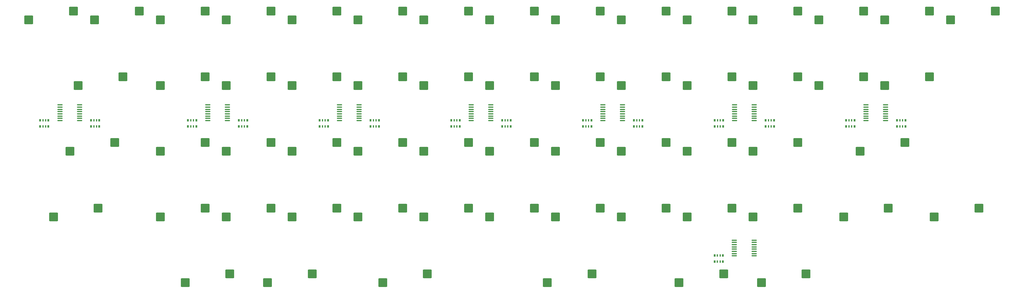
<source format=gbr>
%TF.GenerationSoftware,KiCad,Pcbnew,(7.0.0)*%
%TF.CreationDate,2023-03-29T14:48:56+09:00*%
%TF.ProjectId,HEP,4845502e-6b69-4636-9164-5f7063625858,rev?*%
%TF.SameCoordinates,Original*%
%TF.FileFunction,Paste,Bot*%
%TF.FilePolarity,Positive*%
%FSLAX46Y46*%
G04 Gerber Fmt 4.6, Leading zero omitted, Abs format (unit mm)*
G04 Created by KiCad (PCBNEW (7.0.0)) date 2023-03-29 14:48:56*
%MOMM*%
%LPD*%
G01*
G04 APERTURE LIST*
G04 Aperture macros list*
%AMRoundRect*
0 Rectangle with rounded corners*
0 $1 Rounding radius*
0 $2 $3 $4 $5 $6 $7 $8 $9 X,Y pos of 4 corners*
0 Add a 4 corners polygon primitive as box body*
4,1,4,$2,$3,$4,$5,$6,$7,$8,$9,$2,$3,0*
0 Add four circle primitives for the rounded corners*
1,1,$1+$1,$2,$3*
1,1,$1+$1,$4,$5*
1,1,$1+$1,$6,$7*
1,1,$1+$1,$8,$9*
0 Add four rect primitives between the rounded corners*
20,1,$1+$1,$2,$3,$4,$5,0*
20,1,$1+$1,$4,$5,$6,$7,0*
20,1,$1+$1,$6,$7,$8,$9,0*
20,1,$1+$1,$8,$9,$2,$3,0*%
G04 Aperture macros list end*
%ADD10RoundRect,0.200000X-1.075000X-1.050000X1.075000X-1.050000X1.075000X1.050000X-1.075000X1.050000X0*%
%ADD11RoundRect,0.100000X-0.637500X-0.100000X0.637500X-0.100000X0.637500X0.100000X-0.637500X0.100000X0*%
%ADD12R,0.500000X0.800000*%
%ADD13R,0.400000X0.800000*%
G04 APERTURE END LIST*
D10*
%TO.C,SW57*%
X207227500Y-109378750D03*
X220154500Y-106838750D03*
%TD*%
%TO.C,SW56*%
X332073250Y-87788750D03*
X319146250Y-90328750D03*
%TD*%
%TO.C,SW55*%
X304858750Y-52228750D03*
X317785750Y-49688750D03*
%TD*%
%TO.C,SW54*%
X323908750Y-33178750D03*
X336835750Y-30638750D03*
%TD*%
%TO.C,SW53*%
X304858750Y-33178750D03*
X317785750Y-30638750D03*
%TD*%
%TO.C,SW52*%
X292952500Y-90328750D03*
X305879500Y-87788750D03*
%TD*%
%TO.C,SW51*%
X297715000Y-71278750D03*
X310642000Y-68738750D03*
%TD*%
%TO.C,SW48*%
X279685750Y-87788750D03*
X266758750Y-90328750D03*
%TD*%
%TO.C,SW47*%
X279685750Y-68738750D03*
X266758750Y-71278750D03*
%TD*%
%TO.C,SW8*%
X64352500Y-90328750D03*
X77279500Y-87788750D03*
%TD*%
%TO.C,SW7*%
X69115000Y-71278750D03*
X82042000Y-68738750D03*
%TD*%
%TO.C,SW6*%
X71496250Y-52228750D03*
X84423250Y-49688750D03*
%TD*%
%TO.C,SW4*%
X159602500Y-109378750D03*
X172529500Y-106838750D03*
%TD*%
%TO.C,SW3*%
X126265000Y-109378750D03*
X139192000Y-106838750D03*
%TD*%
%TO.C,SW2*%
X102452500Y-109378750D03*
X115379500Y-106838750D03*
%TD*%
%TO.C,SW30*%
X190558750Y-52228750D03*
X203485750Y-49688750D03*
%TD*%
%TO.C,SW34*%
X209608750Y-52228750D03*
X222535750Y-49688750D03*
%TD*%
%TO.C,SW45*%
X279685750Y-30638750D03*
X266758750Y-33178750D03*
%TD*%
%TO.C,SW40*%
X228658750Y-90328750D03*
X241585750Y-87788750D03*
%TD*%
%TO.C,SW27*%
X171508750Y-71278750D03*
X184435750Y-68738750D03*
%TD*%
%TO.C,SW25*%
X171508750Y-33178750D03*
X184435750Y-30638750D03*
%TD*%
%TO.C,SW39*%
X228658750Y-71278750D03*
X241585750Y-68738750D03*
%TD*%
%TO.C,SW16*%
X114358750Y-90328750D03*
X127285750Y-87788750D03*
%TD*%
%TO.C,SW38*%
X228658750Y-52228750D03*
X241585750Y-49688750D03*
%TD*%
%TO.C,SW29*%
X190558750Y-33178750D03*
X203485750Y-30638750D03*
%TD*%
%TO.C,SW59*%
X282067000Y-106838750D03*
X269140000Y-109378750D03*
%TD*%
%TO.C,SW42*%
X260635750Y-49688750D03*
X247708750Y-52228750D03*
%TD*%
%TO.C,SW18*%
X133408750Y-52228750D03*
X146335750Y-49688750D03*
%TD*%
%TO.C,SW21*%
X152458750Y-33178750D03*
X165385750Y-30638750D03*
%TD*%
%TO.C,SW33*%
X209608750Y-33178750D03*
X222535750Y-30638750D03*
%TD*%
%TO.C,SW49*%
X285808750Y-33178750D03*
X298735750Y-30638750D03*
%TD*%
%TO.C,SW31*%
X190558750Y-71278750D03*
X203485750Y-68738750D03*
%TD*%
%TO.C,SW11*%
X95308750Y-71278750D03*
X108235750Y-68738750D03*
%TD*%
%TO.C,SW41*%
X260635750Y-30638750D03*
X247708750Y-33178750D03*
%TD*%
%TO.C,SW12*%
X95308750Y-90328750D03*
X108235750Y-87788750D03*
%TD*%
%TO.C,SW1*%
X57208750Y-33178750D03*
X70135750Y-30638750D03*
%TD*%
%TO.C,SW46*%
X279685750Y-49688750D03*
X266758750Y-52228750D03*
%TD*%
%TO.C,SW14*%
X114358750Y-52228750D03*
X127285750Y-49688750D03*
%TD*%
%TO.C,SW10*%
X95308750Y-52228750D03*
X108235750Y-49688750D03*
%TD*%
%TO.C,SW58*%
X245327500Y-109378750D03*
X258254500Y-106838750D03*
%TD*%
%TO.C,SW17*%
X133408750Y-33178750D03*
X146335750Y-30638750D03*
%TD*%
%TO.C,SW26*%
X171508750Y-52228750D03*
X184435750Y-49688750D03*
%TD*%
%TO.C,SW15*%
X114358750Y-71278750D03*
X127285750Y-68738750D03*
%TD*%
%TO.C,SW36*%
X209608750Y-90328750D03*
X222535750Y-87788750D03*
%TD*%
%TO.C,SW44*%
X260635750Y-87788750D03*
X247708750Y-90328750D03*
%TD*%
%TO.C,SW23*%
X152458750Y-71278750D03*
X165385750Y-68738750D03*
%TD*%
%TO.C,SW9*%
X95308750Y-33178750D03*
X108235750Y-30638750D03*
%TD*%
%TO.C,SW37*%
X228658750Y-33178750D03*
X241585750Y-30638750D03*
%TD*%
%TO.C,SW5*%
X76258750Y-33178750D03*
X89185750Y-30638750D03*
%TD*%
%TO.C,SW22*%
X152458750Y-52228750D03*
X165385750Y-49688750D03*
%TD*%
%TO.C,SW19*%
X133408750Y-71278750D03*
X146335750Y-68738750D03*
%TD*%
%TO.C,SW43*%
X260635750Y-68738750D03*
X247708750Y-71278750D03*
%TD*%
%TO.C,SW24*%
X152458750Y-90328750D03*
X165385750Y-87788750D03*
%TD*%
%TO.C,SW35*%
X209608750Y-71278750D03*
X222535750Y-68738750D03*
%TD*%
%TO.C,SW13*%
X114358750Y-33178750D03*
X127285750Y-30638750D03*
%TD*%
%TO.C,SW32*%
X190558750Y-90328750D03*
X203485750Y-87788750D03*
%TD*%
%TO.C,SW50*%
X298735750Y-49688750D03*
X285808750Y-52228750D03*
%TD*%
%TO.C,SW20*%
X133408750Y-90328750D03*
X146335750Y-87788750D03*
%TD*%
%TO.C,SW28*%
X171508750Y-90328750D03*
X184435750Y-87788750D03*
%TD*%
D11*
%TO.C,U6*%
X267081250Y-62377750D03*
X267081250Y-61727750D03*
X267081250Y-61077750D03*
X267081250Y-60427750D03*
X267081250Y-59777750D03*
X267081250Y-59127750D03*
X267081250Y-58477750D03*
X267081250Y-57827750D03*
X261356250Y-57827750D03*
X261356250Y-58477750D03*
X261356250Y-59127750D03*
X261356250Y-59777750D03*
X261356250Y-60427750D03*
X261356250Y-61077750D03*
X261356250Y-61727750D03*
X261356250Y-62377750D03*
%TD*%
%TO.C,U8*%
X261334250Y-101594750D03*
X261334250Y-100944750D03*
X261334250Y-100294750D03*
X261334250Y-99644750D03*
X261334250Y-98994750D03*
X261334250Y-98344750D03*
X261334250Y-97694750D03*
X261334250Y-97044750D03*
X267059250Y-97044750D03*
X267059250Y-97694750D03*
X267059250Y-98344750D03*
X267059250Y-98994750D03*
X267059250Y-99644750D03*
X267059250Y-100294750D03*
X267059250Y-100944750D03*
X267059250Y-101594750D03*
%TD*%
D12*
%TO.C,RN12*%
X270384749Y-64050749D03*
D13*
X271184749Y-64050749D03*
X271984749Y-64050749D03*
D12*
X272784749Y-64050749D03*
X272784749Y-62250749D03*
D13*
X271984749Y-62250749D03*
X271184749Y-62250749D03*
D12*
X270384749Y-62250749D03*
%TD*%
%TO.C,RN9*%
X217552749Y-62250749D03*
D13*
X218352749Y-62250749D03*
X219152749Y-62250749D03*
D12*
X219952749Y-62250749D03*
X219952749Y-64050749D03*
D13*
X219152749Y-64050749D03*
X218352749Y-64050749D03*
D12*
X217552749Y-64050749D03*
%TD*%
D11*
%TO.C,U2*%
X108956250Y-62377750D03*
X108956250Y-61727750D03*
X108956250Y-61077750D03*
X108956250Y-60427750D03*
X108956250Y-59777750D03*
X108956250Y-59127750D03*
X108956250Y-58477750D03*
X108956250Y-57827750D03*
X114681250Y-57827750D03*
X114681250Y-58477750D03*
X114681250Y-59127750D03*
X114681250Y-59777750D03*
X114681250Y-60427750D03*
X114681250Y-61077750D03*
X114681250Y-61727750D03*
X114681250Y-62377750D03*
%TD*%
%TO.C,U1*%
X66193750Y-62377750D03*
X66193750Y-61727750D03*
X66193750Y-61077750D03*
X66193750Y-60427750D03*
X66193750Y-59777750D03*
X66193750Y-59127750D03*
X66193750Y-58477750D03*
X66193750Y-57827750D03*
X71918750Y-57827750D03*
X71918750Y-58477750D03*
X71918750Y-59127750D03*
X71918750Y-59777750D03*
X71918750Y-60427750D03*
X71918750Y-61077750D03*
X71918750Y-61727750D03*
X71918750Y-62377750D03*
%TD*%
%TO.C,U5*%
X223256250Y-62377750D03*
X223256250Y-61727750D03*
X223256250Y-61077750D03*
X223256250Y-60427750D03*
X223256250Y-59777750D03*
X223256250Y-59127750D03*
X223256250Y-58477750D03*
X223256250Y-57827750D03*
X228981250Y-57827750D03*
X228981250Y-58477750D03*
X228981250Y-59127750D03*
X228981250Y-59777750D03*
X228981250Y-60427750D03*
X228981250Y-61077750D03*
X228981250Y-61727750D03*
X228981250Y-62377750D03*
%TD*%
%TO.C,U4*%
X185156250Y-62377750D03*
X185156250Y-61727750D03*
X185156250Y-61077750D03*
X185156250Y-60427750D03*
X185156250Y-59777750D03*
X185156250Y-59127750D03*
X185156250Y-58477750D03*
X185156250Y-57827750D03*
X190881250Y-57827750D03*
X190881250Y-58477750D03*
X190881250Y-59127750D03*
X190881250Y-59777750D03*
X190881250Y-60427750D03*
X190881250Y-61077750D03*
X190881250Y-61727750D03*
X190881250Y-62377750D03*
%TD*%
D12*
%TO.C,RN4*%
X117984749Y-62250749D03*
D13*
X118784749Y-62250749D03*
X119584749Y-62250749D03*
D12*
X120384749Y-62250749D03*
X120384749Y-64050749D03*
D13*
X119584749Y-64050749D03*
X118784749Y-64050749D03*
D12*
X117984749Y-64050749D03*
%TD*%
%TO.C,RN1*%
X60490249Y-62250749D03*
D13*
X61290249Y-62250749D03*
X62090249Y-62250749D03*
D12*
X62890249Y-62250749D03*
X62890249Y-64050749D03*
D13*
X62090249Y-64050749D03*
X61290249Y-64050749D03*
D12*
X60490249Y-64050749D03*
%TD*%
%TO.C,RN8*%
X194184749Y-62250749D03*
D13*
X194984749Y-62250749D03*
X195784749Y-62250749D03*
D12*
X196584749Y-62250749D03*
X196584749Y-64050749D03*
D13*
X195784749Y-64050749D03*
X194984749Y-64050749D03*
D12*
X194184749Y-64050749D03*
%TD*%
%TO.C,RN10*%
X232284749Y-62250749D03*
D13*
X233084749Y-62250749D03*
X233884749Y-62250749D03*
D12*
X234684749Y-62250749D03*
X234684749Y-64050749D03*
D13*
X233884749Y-64050749D03*
X233084749Y-64050749D03*
D12*
X232284749Y-64050749D03*
%TD*%
%TO.C,RN7*%
X179452749Y-62250749D03*
D13*
X180252749Y-62250749D03*
X181052749Y-62250749D03*
D12*
X181852749Y-62250749D03*
X181852749Y-64050749D03*
D13*
X181052749Y-64050749D03*
X180252749Y-64050749D03*
D12*
X179452749Y-64050749D03*
%TD*%
%TO.C,RN6*%
X156084749Y-62250749D03*
D13*
X156884749Y-62250749D03*
X157684749Y-62250749D03*
D12*
X158484749Y-62250749D03*
X158484749Y-64050749D03*
D13*
X157684749Y-64050749D03*
X156884749Y-64050749D03*
D12*
X156084749Y-64050749D03*
%TD*%
D11*
%TO.C,U3*%
X147056250Y-62377750D03*
X147056250Y-61727750D03*
X147056250Y-61077750D03*
X147056250Y-60427750D03*
X147056250Y-59777750D03*
X147056250Y-59127750D03*
X147056250Y-58477750D03*
X147056250Y-57827750D03*
X152781250Y-57827750D03*
X152781250Y-58477750D03*
X152781250Y-59127750D03*
X152781250Y-59777750D03*
X152781250Y-60427750D03*
X152781250Y-61077750D03*
X152781250Y-61727750D03*
X152781250Y-62377750D03*
%TD*%
D12*
%TO.C,RN5*%
X141352749Y-62250749D03*
D13*
X142152749Y-62250749D03*
X142952749Y-62250749D03*
D12*
X143752749Y-62250749D03*
X143752749Y-64050749D03*
D13*
X142952749Y-64050749D03*
X142152749Y-64050749D03*
D12*
X141352749Y-64050749D03*
%TD*%
D11*
%TO.C,U7*%
X299387750Y-62377750D03*
X299387750Y-61727750D03*
X299387750Y-61077750D03*
X299387750Y-60427750D03*
X299387750Y-59777750D03*
X299387750Y-59127750D03*
X299387750Y-58477750D03*
X299387750Y-57827750D03*
X305112750Y-57827750D03*
X305112750Y-58477750D03*
X305112750Y-59127750D03*
X305112750Y-59777750D03*
X305112750Y-60427750D03*
X305112750Y-61077750D03*
X305112750Y-61727750D03*
X305112750Y-62377750D03*
%TD*%
D12*
%TO.C,RN2*%
X75222249Y-62250749D03*
D13*
X76022249Y-62250749D03*
X76822249Y-62250749D03*
D12*
X77622249Y-62250749D03*
X77622249Y-64050749D03*
D13*
X76822249Y-64050749D03*
X76022249Y-64050749D03*
D12*
X75222249Y-64050749D03*
%TD*%
%TO.C,RN14*%
X308416249Y-62250749D03*
D13*
X309216249Y-62250749D03*
X310016249Y-62250749D03*
D12*
X310816249Y-62250749D03*
X310816249Y-64050749D03*
D13*
X310016249Y-64050749D03*
X309216249Y-64050749D03*
D12*
X308416249Y-64050749D03*
%TD*%
%TO.C,RN11*%
X255652749Y-64050749D03*
D13*
X256452749Y-64050749D03*
X257252749Y-64050749D03*
D12*
X258052749Y-64050749D03*
X258052749Y-62250749D03*
D13*
X257252749Y-62250749D03*
X256452749Y-62250749D03*
D12*
X255652749Y-62250749D03*
%TD*%
%TO.C,RN15*%
X255630749Y-101467749D03*
D13*
X256430749Y-101467749D03*
X257230749Y-101467749D03*
D12*
X258030749Y-101467749D03*
X258030749Y-103267749D03*
D13*
X257230749Y-103267749D03*
X256430749Y-103267749D03*
D12*
X255630749Y-103267749D03*
%TD*%
%TO.C,RN13*%
X293684249Y-62250749D03*
D13*
X294484249Y-62250749D03*
X295284249Y-62250749D03*
D12*
X296084249Y-62250749D03*
X296084249Y-64050749D03*
D13*
X295284249Y-64050749D03*
X294484249Y-64050749D03*
D12*
X293684249Y-64050749D03*
%TD*%
%TO.C,RN3*%
X103252749Y-62250749D03*
D13*
X104052749Y-62250749D03*
X104852749Y-62250749D03*
D12*
X105652749Y-62250749D03*
X105652749Y-64050749D03*
D13*
X104852749Y-64050749D03*
X104052749Y-64050749D03*
D12*
X103252749Y-64050749D03*
%TD*%
M02*

</source>
